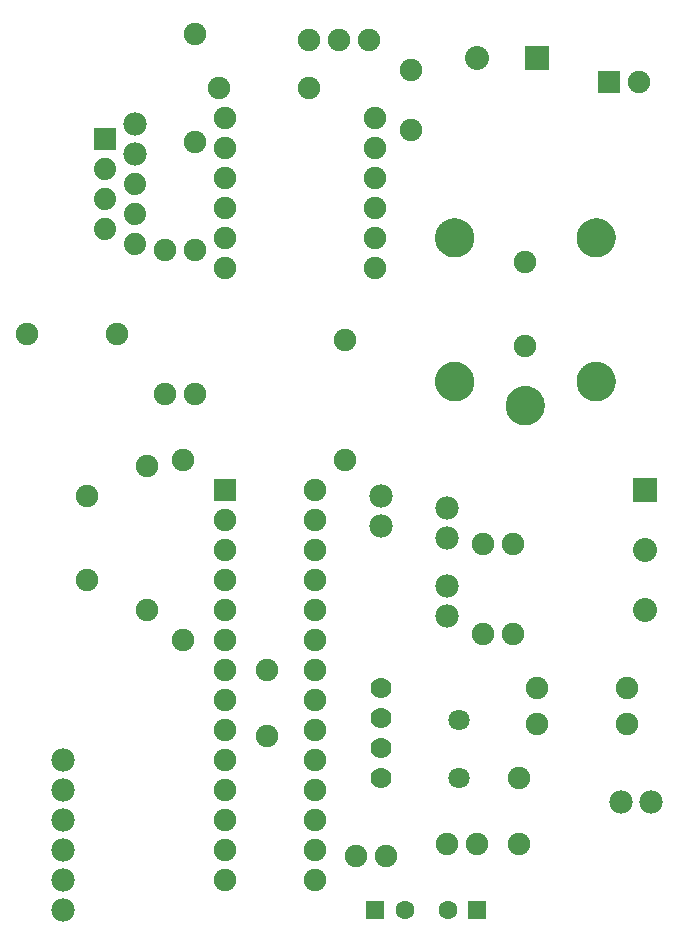
<source format=gbl>
G04 MADE WITH FRITZING*
G04 WWW.FRITZING.ORG*
G04 DOUBLE SIDED*
G04 HOLES PLATED*
G04 CONTOUR ON CENTER OF CONTOUR VECTOR*
%ASAXBY*%
%FSLAX23Y23*%
%MOIN*%
%OFA0B0*%
%SFA1.0B1.0*%
%ADD10C,0.075000*%
%ADD11C,0.074000*%
%ADD12C,0.078000*%
%ADD13C,0.080000*%
%ADD14C,0.070925*%
%ADD15C,0.070866*%
%ADD16C,0.070000*%
%ADD17C,0.062992*%
%ADD18C,0.129921*%
%ADD19R,0.080000X0.080000*%
%ADD20R,0.075000X0.075000*%
%ADD21R,0.062992X0.062992*%
%ADD22R,0.001000X0.001000*%
%LNCOPPER0*%
G90*
G70*
G54D10*
X742Y2823D03*
X1242Y2823D03*
X742Y2323D03*
X1242Y2323D03*
X742Y2423D03*
X1242Y2423D03*
X742Y2523D03*
X1242Y2523D03*
X742Y2623D03*
X1242Y2623D03*
X742Y2723D03*
X1242Y2723D03*
G54D11*
X442Y2403D03*
X342Y2453D03*
X442Y2503D03*
X442Y2603D03*
X442Y2703D03*
X342Y2553D03*
X342Y2653D03*
X342Y2753D03*
G54D12*
X442Y2803D03*
X442Y2703D03*
G54D10*
X602Y1683D03*
X602Y1083D03*
X482Y1663D03*
X482Y1183D03*
X282Y1563D03*
X282Y1283D03*
X642Y3103D03*
X642Y2743D03*
X542Y2383D03*
X542Y1903D03*
X642Y2383D03*
X642Y1903D03*
X82Y2103D03*
X382Y2103D03*
X1022Y3083D03*
X1122Y3083D03*
X1222Y3083D03*
G54D13*
X1782Y3023D03*
X1582Y3023D03*
G54D10*
X1722Y623D03*
X1722Y403D03*
X1742Y2343D03*
X1742Y2063D03*
X882Y983D03*
X882Y763D03*
X1362Y2983D03*
X1362Y2783D03*
G54D12*
X202Y183D03*
X202Y283D03*
X202Y383D03*
X202Y483D03*
X202Y583D03*
X202Y683D03*
G54D14*
X1522Y623D03*
G54D15*
X1522Y816D03*
G54D16*
X1262Y723D03*
X1262Y623D03*
X1262Y923D03*
X1262Y823D03*
G54D10*
X2022Y2943D03*
X2122Y2943D03*
G54D17*
X1242Y183D03*
X1341Y183D03*
G54D10*
X1277Y363D03*
X1177Y363D03*
X1582Y403D03*
X1482Y403D03*
X1602Y1403D03*
X1602Y1103D03*
X1702Y1403D03*
X1702Y1103D03*
X1142Y2083D03*
X1142Y1683D03*
X722Y2923D03*
X1022Y2923D03*
X1782Y803D03*
X2082Y803D03*
X1782Y923D03*
X2082Y923D03*
G54D18*
X1742Y1863D03*
X1978Y1944D03*
X1978Y2422D03*
X1506Y1944D03*
X1506Y2422D03*
G54D13*
X2142Y1583D03*
X2142Y1383D03*
X2142Y1183D03*
G54D17*
X1582Y183D03*
X1484Y183D03*
G54D10*
X742Y1583D03*
X1042Y1583D03*
X742Y1483D03*
X1042Y1483D03*
X742Y1383D03*
X1042Y1383D03*
X742Y1283D03*
X1042Y1283D03*
X742Y1183D03*
X1042Y1183D03*
X742Y1083D03*
X1042Y1083D03*
X742Y983D03*
X1042Y983D03*
X742Y883D03*
X1042Y883D03*
X742Y783D03*
X1042Y783D03*
X742Y683D03*
X1042Y683D03*
X742Y583D03*
X1042Y583D03*
X742Y483D03*
X1042Y483D03*
X742Y383D03*
X1042Y383D03*
X742Y283D03*
X1042Y283D03*
G54D12*
X1482Y1263D03*
X1482Y1163D03*
X1482Y1523D03*
X1482Y1423D03*
X1262Y1563D03*
X1262Y1463D03*
X2162Y543D03*
X2062Y543D03*
G54D19*
X1782Y3023D03*
G54D20*
X2022Y2943D03*
G54D21*
X1242Y183D03*
G54D19*
X2142Y1583D03*
G54D21*
X1582Y183D03*
G54D20*
X742Y1583D03*
G54D22*
X305Y2790D02*
X378Y2790D01*
X305Y2789D02*
X378Y2789D01*
X305Y2788D02*
X378Y2788D01*
X305Y2787D02*
X378Y2787D01*
X305Y2786D02*
X378Y2786D01*
X305Y2785D02*
X378Y2785D01*
X305Y2784D02*
X378Y2784D01*
X305Y2783D02*
X378Y2783D01*
X305Y2782D02*
X378Y2782D01*
X305Y2781D02*
X378Y2781D01*
X305Y2780D02*
X378Y2780D01*
X305Y2779D02*
X378Y2779D01*
X305Y2778D02*
X378Y2778D01*
X305Y2777D02*
X378Y2777D01*
X305Y2776D02*
X378Y2776D01*
X305Y2775D02*
X378Y2775D01*
X305Y2774D02*
X378Y2774D01*
X305Y2773D02*
X338Y2773D01*
X345Y2773D02*
X378Y2773D01*
X305Y2772D02*
X334Y2772D01*
X349Y2772D02*
X378Y2772D01*
X305Y2771D02*
X332Y2771D01*
X351Y2771D02*
X378Y2771D01*
X305Y2770D02*
X330Y2770D01*
X353Y2770D02*
X378Y2770D01*
X305Y2769D02*
X329Y2769D01*
X354Y2769D02*
X378Y2769D01*
X305Y2768D02*
X328Y2768D01*
X356Y2768D02*
X378Y2768D01*
X305Y2767D02*
X327Y2767D01*
X357Y2767D02*
X378Y2767D01*
X305Y2766D02*
X326Y2766D01*
X357Y2766D02*
X378Y2766D01*
X305Y2765D02*
X325Y2765D01*
X358Y2765D02*
X378Y2765D01*
X305Y2764D02*
X325Y2764D01*
X359Y2764D02*
X378Y2764D01*
X305Y2763D02*
X324Y2763D01*
X359Y2763D02*
X378Y2763D01*
X305Y2762D02*
X323Y2762D01*
X360Y2762D02*
X378Y2762D01*
X305Y2761D02*
X323Y2761D01*
X360Y2761D02*
X378Y2761D01*
X305Y2760D02*
X323Y2760D01*
X361Y2760D02*
X378Y2760D01*
X305Y2759D02*
X322Y2759D01*
X361Y2759D02*
X378Y2759D01*
X305Y2758D02*
X322Y2758D01*
X361Y2758D02*
X378Y2758D01*
X305Y2757D02*
X322Y2757D01*
X362Y2757D02*
X378Y2757D01*
X305Y2756D02*
X322Y2756D01*
X362Y2756D02*
X378Y2756D01*
X305Y2755D02*
X322Y2755D01*
X362Y2755D02*
X378Y2755D01*
X305Y2754D02*
X322Y2754D01*
X362Y2754D02*
X378Y2754D01*
X305Y2753D02*
X322Y2753D01*
X362Y2753D02*
X378Y2753D01*
X305Y2752D02*
X322Y2752D01*
X362Y2752D02*
X378Y2752D01*
X305Y2751D02*
X322Y2751D01*
X362Y2751D02*
X378Y2751D01*
X305Y2750D02*
X322Y2750D01*
X361Y2750D02*
X378Y2750D01*
X305Y2749D02*
X322Y2749D01*
X361Y2749D02*
X378Y2749D01*
X305Y2748D02*
X322Y2748D01*
X361Y2748D02*
X378Y2748D01*
X305Y2747D02*
X323Y2747D01*
X361Y2747D02*
X378Y2747D01*
X305Y2746D02*
X323Y2746D01*
X360Y2746D02*
X378Y2746D01*
X305Y2745D02*
X324Y2745D01*
X360Y2745D02*
X378Y2745D01*
X305Y2744D02*
X324Y2744D01*
X359Y2744D02*
X378Y2744D01*
X305Y2743D02*
X325Y2743D01*
X359Y2743D02*
X378Y2743D01*
X305Y2742D02*
X325Y2742D01*
X358Y2742D02*
X378Y2742D01*
X305Y2741D02*
X326Y2741D01*
X357Y2741D02*
X378Y2741D01*
X305Y2740D02*
X327Y2740D01*
X356Y2740D02*
X378Y2740D01*
X305Y2739D02*
X328Y2739D01*
X355Y2739D02*
X378Y2739D01*
X305Y2738D02*
X329Y2738D01*
X354Y2738D02*
X378Y2738D01*
X305Y2737D02*
X331Y2737D01*
X353Y2737D02*
X378Y2737D01*
X305Y2736D02*
X333Y2736D01*
X351Y2736D02*
X378Y2736D01*
X305Y2735D02*
X335Y2735D01*
X348Y2735D02*
X378Y2735D01*
X305Y2734D02*
X341Y2734D01*
X343Y2734D02*
X378Y2734D01*
X305Y2733D02*
X378Y2733D01*
X305Y2732D02*
X378Y2732D01*
X305Y2731D02*
X378Y2731D01*
X305Y2730D02*
X378Y2730D01*
X305Y2729D02*
X378Y2729D01*
X305Y2728D02*
X378Y2728D01*
X305Y2727D02*
X378Y2727D01*
X305Y2726D02*
X378Y2726D01*
X305Y2725D02*
X378Y2725D01*
X305Y2724D02*
X378Y2724D01*
X305Y2723D02*
X378Y2723D01*
X305Y2722D02*
X378Y2722D01*
X305Y2721D02*
X378Y2721D01*
X305Y2720D02*
X378Y2720D01*
X305Y2719D02*
X378Y2719D01*
X305Y2718D02*
X378Y2718D01*
X305Y2717D02*
X378Y2717D01*
X1497Y2487D02*
X1513Y2487D01*
X1970Y2487D02*
X1986Y2487D01*
X1492Y2486D02*
X1519Y2486D01*
X1964Y2486D02*
X1991Y2486D01*
X1488Y2485D02*
X1523Y2485D01*
X1960Y2485D02*
X1995Y2485D01*
X1485Y2484D02*
X1526Y2484D01*
X1957Y2484D02*
X1999Y2484D01*
X1482Y2483D02*
X1529Y2483D01*
X1954Y2483D02*
X2001Y2483D01*
X1479Y2482D02*
X1531Y2482D01*
X1952Y2482D02*
X2004Y2482D01*
X1477Y2481D02*
X1533Y2481D01*
X1950Y2481D02*
X2006Y2481D01*
X1475Y2480D02*
X1535Y2480D01*
X1948Y2480D02*
X2008Y2480D01*
X1474Y2479D02*
X1537Y2479D01*
X1946Y2479D02*
X2009Y2479D01*
X1472Y2478D02*
X1539Y2478D01*
X1944Y2478D02*
X2011Y2478D01*
X1470Y2477D02*
X1540Y2477D01*
X1943Y2477D02*
X2013Y2477D01*
X1469Y2476D02*
X1542Y2476D01*
X1941Y2476D02*
X2014Y2476D01*
X1468Y2475D02*
X1543Y2475D01*
X1940Y2475D02*
X2016Y2475D01*
X1466Y2474D02*
X1545Y2474D01*
X1939Y2474D02*
X2017Y2474D01*
X1465Y2473D02*
X1546Y2473D01*
X1937Y2473D02*
X2018Y2473D01*
X1464Y2472D02*
X1547Y2472D01*
X1936Y2472D02*
X2019Y2472D01*
X1463Y2471D02*
X1548Y2471D01*
X1935Y2471D02*
X2021Y2471D01*
X1461Y2470D02*
X1549Y2470D01*
X1934Y2470D02*
X2022Y2470D01*
X1460Y2469D02*
X1550Y2469D01*
X1933Y2469D02*
X2023Y2469D01*
X1459Y2468D02*
X1551Y2468D01*
X1932Y2468D02*
X2024Y2468D01*
X1458Y2467D02*
X1552Y2467D01*
X1931Y2467D02*
X2025Y2467D01*
X1458Y2466D02*
X1553Y2466D01*
X1930Y2466D02*
X2026Y2466D01*
X1457Y2465D02*
X1554Y2465D01*
X1929Y2465D02*
X2026Y2465D01*
X1456Y2464D02*
X1555Y2464D01*
X1928Y2464D02*
X2027Y2464D01*
X1455Y2463D02*
X1556Y2463D01*
X1927Y2463D02*
X2028Y2463D01*
X1454Y2462D02*
X1556Y2462D01*
X1927Y2462D02*
X2029Y2462D01*
X1454Y2461D02*
X1557Y2461D01*
X1926Y2461D02*
X2030Y2461D01*
X1453Y2460D02*
X1558Y2460D01*
X1925Y2460D02*
X2030Y2460D01*
X1452Y2459D02*
X1559Y2459D01*
X1924Y2459D02*
X2031Y2459D01*
X1451Y2458D02*
X1559Y2458D01*
X1924Y2458D02*
X2032Y2458D01*
X1451Y2457D02*
X1560Y2457D01*
X1923Y2457D02*
X2032Y2457D01*
X1450Y2456D02*
X1560Y2456D01*
X1923Y2456D02*
X2033Y2456D01*
X1450Y2455D02*
X1561Y2455D01*
X1922Y2455D02*
X2033Y2455D01*
X1449Y2454D02*
X1562Y2454D01*
X1921Y2454D02*
X2034Y2454D01*
X1448Y2453D02*
X1562Y2453D01*
X1921Y2453D02*
X2035Y2453D01*
X1448Y2452D02*
X1563Y2452D01*
X1920Y2452D02*
X2035Y2452D01*
X1447Y2451D02*
X1563Y2451D01*
X1920Y2451D02*
X2036Y2451D01*
X1447Y2450D02*
X1564Y2450D01*
X1919Y2450D02*
X2036Y2450D01*
X1446Y2449D02*
X1564Y2449D01*
X1919Y2449D02*
X2037Y2449D01*
X1446Y2448D02*
X1500Y2448D01*
X1511Y2448D02*
X1565Y2448D01*
X1918Y2448D02*
X1973Y2448D01*
X1983Y2448D02*
X2037Y2448D01*
X1446Y2447D02*
X1497Y2447D01*
X1514Y2447D02*
X1565Y2447D01*
X1918Y2447D02*
X1969Y2447D01*
X1986Y2447D02*
X2037Y2447D01*
X1445Y2446D02*
X1494Y2446D01*
X1516Y2446D02*
X1565Y2446D01*
X1918Y2446D02*
X1967Y2446D01*
X1989Y2446D02*
X2038Y2446D01*
X1445Y2445D02*
X1492Y2445D01*
X1518Y2445D02*
X1566Y2445D01*
X1917Y2445D02*
X1965Y2445D01*
X1991Y2445D02*
X2038Y2445D01*
X1445Y2444D02*
X1490Y2444D01*
X1520Y2444D02*
X1566Y2444D01*
X1917Y2444D02*
X1963Y2444D01*
X1993Y2444D02*
X2039Y2444D01*
X1444Y2443D02*
X1489Y2443D01*
X1521Y2443D02*
X1567Y2443D01*
X1917Y2443D02*
X1962Y2443D01*
X1994Y2443D02*
X2039Y2443D01*
X1444Y2442D02*
X1488Y2442D01*
X1523Y2442D02*
X1567Y2442D01*
X1916Y2442D02*
X1960Y2442D01*
X1995Y2442D02*
X2039Y2442D01*
X1444Y2441D02*
X1487Y2441D01*
X1524Y2441D02*
X1567Y2441D01*
X1916Y2441D02*
X1959Y2441D01*
X1996Y2441D02*
X2039Y2441D01*
X1443Y2440D02*
X1486Y2440D01*
X1525Y2440D02*
X1567Y2440D01*
X1916Y2440D02*
X1958Y2440D01*
X1997Y2440D02*
X2040Y2440D01*
X1443Y2439D02*
X1485Y2439D01*
X1526Y2439D02*
X1568Y2439D01*
X1915Y2439D02*
X1958Y2439D01*
X1998Y2439D02*
X2040Y2439D01*
X1443Y2438D02*
X1484Y2438D01*
X1526Y2438D02*
X1568Y2438D01*
X1915Y2438D02*
X1957Y2438D01*
X1999Y2438D02*
X2040Y2438D01*
X1443Y2437D02*
X1484Y2437D01*
X1527Y2437D02*
X1568Y2437D01*
X1915Y2437D02*
X1956Y2437D01*
X2000Y2437D02*
X2040Y2437D01*
X1442Y2436D02*
X1483Y2436D01*
X1528Y2436D02*
X1568Y2436D01*
X1915Y2436D02*
X1955Y2436D01*
X2000Y2436D02*
X2041Y2436D01*
X1442Y2435D02*
X1482Y2435D01*
X1528Y2435D02*
X1569Y2435D01*
X1915Y2435D02*
X1955Y2435D01*
X2001Y2435D02*
X2041Y2435D01*
X1442Y2434D02*
X1482Y2434D01*
X1529Y2434D02*
X1569Y2434D01*
X1914Y2434D02*
X1954Y2434D01*
X2001Y2434D02*
X2041Y2434D01*
X1442Y2433D02*
X1481Y2433D01*
X1529Y2433D02*
X1569Y2433D01*
X1914Y2433D02*
X1954Y2433D01*
X2002Y2433D02*
X2041Y2433D01*
X1442Y2432D02*
X1481Y2432D01*
X1530Y2432D02*
X1569Y2432D01*
X1914Y2432D02*
X1953Y2432D01*
X2002Y2432D02*
X2041Y2432D01*
X1442Y2431D02*
X1481Y2431D01*
X1530Y2431D02*
X1569Y2431D01*
X1914Y2431D02*
X1953Y2431D01*
X2002Y2431D02*
X2042Y2431D01*
X1441Y2430D02*
X1480Y2430D01*
X1530Y2430D02*
X1569Y2430D01*
X1914Y2430D02*
X1953Y2430D01*
X2003Y2430D02*
X2042Y2430D01*
X1441Y2429D02*
X1480Y2429D01*
X1531Y2429D02*
X1569Y2429D01*
X1914Y2429D02*
X1952Y2429D01*
X2003Y2429D02*
X2042Y2429D01*
X1441Y2428D02*
X1480Y2428D01*
X1531Y2428D02*
X1570Y2428D01*
X1914Y2428D02*
X1952Y2428D01*
X2003Y2428D02*
X2042Y2428D01*
X1441Y2427D02*
X1480Y2427D01*
X1531Y2427D02*
X1570Y2427D01*
X1914Y2427D02*
X1952Y2427D01*
X2004Y2427D02*
X2042Y2427D01*
X1441Y2426D02*
X1479Y2426D01*
X1531Y2426D02*
X1570Y2426D01*
X1913Y2426D02*
X1952Y2426D01*
X2004Y2426D02*
X2042Y2426D01*
X1441Y2425D02*
X1479Y2425D01*
X1531Y2425D02*
X1570Y2425D01*
X1913Y2425D02*
X1952Y2425D01*
X2004Y2425D02*
X2042Y2425D01*
X1441Y2424D02*
X1479Y2424D01*
X1531Y2424D02*
X1570Y2424D01*
X1913Y2424D02*
X1952Y2424D01*
X2004Y2424D02*
X2042Y2424D01*
X1441Y2423D02*
X1479Y2423D01*
X1531Y2423D02*
X1570Y2423D01*
X1913Y2423D02*
X1952Y2423D01*
X2004Y2423D02*
X2042Y2423D01*
X1441Y2422D02*
X1479Y2422D01*
X1531Y2422D02*
X1570Y2422D01*
X1913Y2422D02*
X1952Y2422D01*
X2004Y2422D02*
X2042Y2422D01*
X1441Y2421D02*
X1479Y2421D01*
X1531Y2421D02*
X1570Y2421D01*
X1913Y2421D02*
X1952Y2421D01*
X2004Y2421D02*
X2042Y2421D01*
X1441Y2420D02*
X1479Y2420D01*
X1531Y2420D02*
X1570Y2420D01*
X1913Y2420D02*
X1952Y2420D01*
X2004Y2420D02*
X2042Y2420D01*
X1441Y2419D02*
X1479Y2419D01*
X1531Y2419D02*
X1570Y2419D01*
X1913Y2419D02*
X1952Y2419D01*
X2004Y2419D02*
X2042Y2419D01*
X1441Y2418D02*
X1480Y2418D01*
X1531Y2418D02*
X1570Y2418D01*
X1914Y2418D02*
X1952Y2418D01*
X2003Y2418D02*
X2042Y2418D01*
X1441Y2417D02*
X1480Y2417D01*
X1531Y2417D02*
X1569Y2417D01*
X1914Y2417D02*
X1952Y2417D01*
X2003Y2417D02*
X2042Y2417D01*
X1441Y2416D02*
X1480Y2416D01*
X1531Y2416D02*
X1569Y2416D01*
X1914Y2416D02*
X1952Y2416D01*
X2003Y2416D02*
X2042Y2416D01*
X1441Y2415D02*
X1480Y2415D01*
X1530Y2415D02*
X1569Y2415D01*
X1914Y2415D02*
X1953Y2415D01*
X2003Y2415D02*
X2042Y2415D01*
X1442Y2414D02*
X1481Y2414D01*
X1530Y2414D02*
X1569Y2414D01*
X1914Y2414D02*
X1953Y2414D01*
X2002Y2414D02*
X2041Y2414D01*
X1442Y2413D02*
X1481Y2413D01*
X1530Y2413D02*
X1569Y2413D01*
X1914Y2413D02*
X1954Y2413D01*
X2002Y2413D02*
X2041Y2413D01*
X1442Y2412D02*
X1482Y2412D01*
X1529Y2412D02*
X1569Y2412D01*
X1914Y2412D02*
X1954Y2412D01*
X2001Y2412D02*
X2041Y2412D01*
X1442Y2411D02*
X1482Y2411D01*
X1529Y2411D02*
X1569Y2411D01*
X1914Y2411D02*
X1955Y2411D01*
X2001Y2411D02*
X2041Y2411D01*
X1442Y2410D02*
X1483Y2410D01*
X1528Y2410D02*
X1568Y2410D01*
X1915Y2410D02*
X1955Y2410D01*
X2000Y2410D02*
X2041Y2410D01*
X1443Y2409D02*
X1483Y2409D01*
X1527Y2409D02*
X1568Y2409D01*
X1915Y2409D02*
X1956Y2409D01*
X2000Y2409D02*
X2041Y2409D01*
X1443Y2408D02*
X1484Y2408D01*
X1527Y2408D02*
X1568Y2408D01*
X1915Y2408D02*
X1956Y2408D01*
X1999Y2408D02*
X2040Y2408D01*
X1443Y2407D02*
X1485Y2407D01*
X1526Y2407D02*
X1568Y2407D01*
X1915Y2407D02*
X1957Y2407D01*
X1998Y2407D02*
X2040Y2407D01*
X1443Y2406D02*
X1486Y2406D01*
X1525Y2406D02*
X1567Y2406D01*
X1916Y2406D02*
X1958Y2406D01*
X1997Y2406D02*
X2040Y2406D01*
X1444Y2405D02*
X1486Y2405D01*
X1524Y2405D02*
X1567Y2405D01*
X1916Y2405D02*
X1959Y2405D01*
X1997Y2405D02*
X2040Y2405D01*
X1444Y2404D02*
X1488Y2404D01*
X1523Y2404D02*
X1567Y2404D01*
X1916Y2404D02*
X1960Y2404D01*
X1996Y2404D02*
X2039Y2404D01*
X1444Y2403D02*
X1489Y2403D01*
X1522Y2403D02*
X1567Y2403D01*
X1916Y2403D02*
X1961Y2403D01*
X1994Y2403D02*
X2039Y2403D01*
X1444Y2402D02*
X1490Y2402D01*
X1521Y2402D02*
X1566Y2402D01*
X1917Y2402D02*
X1962Y2402D01*
X1993Y2402D02*
X2039Y2402D01*
X1445Y2401D02*
X1491Y2401D01*
X1519Y2401D02*
X1566Y2401D01*
X1917Y2401D02*
X1964Y2401D01*
X1992Y2401D02*
X2038Y2401D01*
X1445Y2400D02*
X1493Y2400D01*
X1517Y2400D02*
X1566Y2400D01*
X1917Y2400D02*
X1966Y2400D01*
X1990Y2400D02*
X2038Y2400D01*
X1445Y2399D02*
X1495Y2399D01*
X1515Y2399D02*
X1565Y2399D01*
X1918Y2399D02*
X1968Y2399D01*
X1988Y2399D02*
X2038Y2399D01*
X1446Y2398D02*
X1498Y2398D01*
X1513Y2398D02*
X1565Y2398D01*
X1918Y2398D02*
X1971Y2398D01*
X1985Y2398D02*
X2037Y2398D01*
X1446Y2397D02*
X1564Y2397D01*
X1919Y2397D02*
X2037Y2397D01*
X1447Y2396D02*
X1564Y2396D01*
X1919Y2396D02*
X2036Y2396D01*
X1447Y2395D02*
X1563Y2395D01*
X1920Y2395D02*
X2036Y2395D01*
X1448Y2394D02*
X1563Y2394D01*
X1920Y2394D02*
X2035Y2394D01*
X1448Y2393D02*
X1563Y2393D01*
X1921Y2393D02*
X2035Y2393D01*
X1449Y2392D02*
X1562Y2392D01*
X1921Y2392D02*
X2034Y2392D01*
X1449Y2391D02*
X1561Y2391D01*
X1922Y2391D02*
X2034Y2391D01*
X1450Y2390D02*
X1561Y2390D01*
X1922Y2390D02*
X2033Y2390D01*
X1451Y2389D02*
X1560Y2389D01*
X1923Y2389D02*
X2033Y2389D01*
X1451Y2388D02*
X1560Y2388D01*
X1924Y2388D02*
X2032Y2388D01*
X1452Y2387D02*
X1559Y2387D01*
X1924Y2387D02*
X2031Y2387D01*
X1452Y2386D02*
X1558Y2386D01*
X1925Y2386D02*
X2031Y2386D01*
X1453Y2385D02*
X1558Y2385D01*
X1926Y2385D02*
X2030Y2385D01*
X1454Y2384D02*
X1557Y2384D01*
X1926Y2384D02*
X2029Y2384D01*
X1455Y2383D02*
X1556Y2383D01*
X1927Y2383D02*
X2028Y2383D01*
X1455Y2382D02*
X1555Y2382D01*
X1928Y2382D02*
X2028Y2382D01*
X1456Y2381D02*
X1555Y2381D01*
X1929Y2381D02*
X2027Y2381D01*
X1457Y2380D02*
X1554Y2380D01*
X1929Y2380D02*
X2026Y2380D01*
X1458Y2379D02*
X1553Y2379D01*
X1930Y2379D02*
X2025Y2379D01*
X1459Y2378D02*
X1552Y2378D01*
X1931Y2378D02*
X2024Y2378D01*
X1460Y2377D02*
X1551Y2377D01*
X1932Y2377D02*
X2023Y2377D01*
X1461Y2376D02*
X1550Y2376D01*
X1933Y2376D02*
X2022Y2376D01*
X1462Y2375D02*
X1549Y2375D01*
X1934Y2375D02*
X2021Y2375D01*
X1463Y2374D02*
X1548Y2374D01*
X1935Y2374D02*
X2020Y2374D01*
X1464Y2373D02*
X1546Y2373D01*
X1937Y2373D02*
X2019Y2373D01*
X1466Y2372D02*
X1545Y2372D01*
X1938Y2372D02*
X2018Y2372D01*
X1467Y2371D02*
X1544Y2371D01*
X1939Y2371D02*
X2016Y2371D01*
X1468Y2370D02*
X1542Y2370D01*
X1941Y2370D02*
X2015Y2370D01*
X1470Y2369D02*
X1541Y2369D01*
X1942Y2369D02*
X2013Y2369D01*
X1471Y2368D02*
X1540Y2368D01*
X1944Y2368D02*
X2012Y2368D01*
X1473Y2367D02*
X1538Y2367D01*
X1945Y2367D02*
X2010Y2367D01*
X1474Y2366D02*
X1536Y2366D01*
X1947Y2366D02*
X2009Y2366D01*
X1476Y2365D02*
X1534Y2365D01*
X1949Y2365D02*
X2007Y2365D01*
X1478Y2364D02*
X1532Y2364D01*
X1951Y2364D02*
X2005Y2364D01*
X1480Y2363D02*
X1530Y2363D01*
X1953Y2363D02*
X2003Y2363D01*
X1483Y2362D02*
X1528Y2362D01*
X1956Y2362D02*
X2000Y2362D01*
X1486Y2361D02*
X1525Y2361D01*
X1958Y2361D02*
X1997Y2361D01*
X1490Y2360D02*
X1521Y2360D01*
X1962Y2360D02*
X1993Y2360D01*
X1494Y2359D02*
X1516Y2359D01*
X1967Y2359D02*
X1989Y2359D01*
X1503Y2358D02*
X1508Y2358D01*
X1975Y2358D02*
X1980Y2358D01*
X1499Y2009D02*
X1512Y2009D01*
X1971Y2009D02*
X1984Y2009D01*
X1493Y2008D02*
X1518Y2008D01*
X1965Y2008D02*
X1990Y2008D01*
X1489Y2007D02*
X1522Y2007D01*
X1961Y2007D02*
X1994Y2007D01*
X1485Y2006D02*
X1526Y2006D01*
X1958Y2006D02*
X1998Y2006D01*
X1482Y2005D02*
X1528Y2005D01*
X1955Y2005D02*
X2001Y2005D01*
X1480Y2004D02*
X1531Y2004D01*
X1952Y2004D02*
X2003Y2004D01*
X1478Y2003D02*
X1533Y2003D01*
X1950Y2003D02*
X2005Y2003D01*
X1476Y2002D02*
X1535Y2002D01*
X1948Y2002D02*
X2007Y2002D01*
X1474Y2001D02*
X1537Y2001D01*
X1946Y2001D02*
X2009Y2001D01*
X1472Y2000D02*
X1538Y2000D01*
X1945Y2000D02*
X2011Y2000D01*
X1471Y1999D02*
X1540Y1999D01*
X1943Y1999D02*
X2012Y1999D01*
X1469Y1998D02*
X1542Y1998D01*
X1942Y1998D02*
X2014Y1998D01*
X1468Y1997D02*
X1543Y1997D01*
X1940Y1997D02*
X2015Y1997D01*
X1466Y1996D02*
X1544Y1996D01*
X1939Y1996D02*
X2017Y1996D01*
X1465Y1995D02*
X1546Y1995D01*
X1937Y1995D02*
X2018Y1995D01*
X1464Y1994D02*
X1547Y1994D01*
X1936Y1994D02*
X2019Y1994D01*
X1463Y1993D02*
X1548Y1993D01*
X1935Y1993D02*
X2020Y1993D01*
X1462Y1992D02*
X1549Y1992D01*
X1934Y1992D02*
X2021Y1992D01*
X1461Y1991D02*
X1550Y1991D01*
X1933Y1991D02*
X2023Y1991D01*
X1460Y1990D02*
X1551Y1990D01*
X1932Y1990D02*
X2024Y1990D01*
X1459Y1989D02*
X1552Y1989D01*
X1931Y1989D02*
X2024Y1989D01*
X1458Y1988D02*
X1553Y1988D01*
X1930Y1988D02*
X2025Y1988D01*
X1457Y1987D02*
X1554Y1987D01*
X1929Y1987D02*
X2026Y1987D01*
X1456Y1986D02*
X1555Y1986D01*
X1928Y1986D02*
X2027Y1986D01*
X1455Y1985D02*
X1556Y1985D01*
X1928Y1985D02*
X2028Y1985D01*
X1454Y1984D02*
X1556Y1984D01*
X1927Y1984D02*
X2029Y1984D01*
X1454Y1983D02*
X1557Y1983D01*
X1926Y1983D02*
X2029Y1983D01*
X1453Y1982D02*
X1558Y1982D01*
X1925Y1982D02*
X2030Y1982D01*
X1452Y1981D02*
X1558Y1981D01*
X1925Y1981D02*
X2031Y1981D01*
X1452Y1980D02*
X1559Y1980D01*
X1924Y1980D02*
X2031Y1980D01*
X1451Y1979D02*
X1560Y1979D01*
X1923Y1979D02*
X2032Y1979D01*
X1450Y1978D02*
X1560Y1978D01*
X1923Y1978D02*
X2033Y1978D01*
X1450Y1977D02*
X1561Y1977D01*
X1922Y1977D02*
X2033Y1977D01*
X1449Y1976D02*
X1562Y1976D01*
X1922Y1976D02*
X2034Y1976D01*
X1449Y1975D02*
X1562Y1975D01*
X1921Y1975D02*
X2035Y1975D01*
X1448Y1974D02*
X1563Y1974D01*
X1920Y1974D02*
X2035Y1974D01*
X1448Y1973D02*
X1563Y1973D01*
X1920Y1973D02*
X2035Y1973D01*
X1447Y1972D02*
X1564Y1972D01*
X1919Y1972D02*
X2036Y1972D01*
X1447Y1971D02*
X1564Y1971D01*
X1919Y1971D02*
X2036Y1971D01*
X1446Y1970D02*
X1502Y1970D01*
X1509Y1970D02*
X1565Y1970D01*
X1918Y1970D02*
X1974Y1970D01*
X1981Y1970D02*
X2037Y1970D01*
X1446Y1969D02*
X1497Y1969D01*
X1514Y1969D02*
X1565Y1969D01*
X1918Y1969D02*
X1970Y1969D01*
X1986Y1969D02*
X2037Y1969D01*
X1445Y1968D02*
X1495Y1968D01*
X1516Y1968D02*
X1565Y1968D01*
X1918Y1968D02*
X1967Y1968D01*
X1988Y1968D02*
X2038Y1968D01*
X1445Y1967D02*
X1493Y1967D01*
X1518Y1967D02*
X1566Y1967D01*
X1917Y1967D02*
X1965Y1967D01*
X1990Y1967D02*
X2038Y1967D01*
X1445Y1966D02*
X1491Y1966D01*
X1520Y1966D02*
X1566Y1966D01*
X1917Y1966D02*
X1963Y1966D01*
X1992Y1966D02*
X2038Y1966D01*
X1444Y1965D02*
X1490Y1965D01*
X1521Y1965D02*
X1566Y1965D01*
X1917Y1965D02*
X1962Y1965D01*
X1994Y1965D02*
X2039Y1965D01*
X1444Y1964D02*
X1488Y1964D01*
X1522Y1964D02*
X1567Y1964D01*
X1916Y1964D02*
X1961Y1964D01*
X1995Y1964D02*
X2039Y1964D01*
X1444Y1963D02*
X1487Y1963D01*
X1524Y1963D02*
X1567Y1963D01*
X1916Y1963D02*
X1960Y1963D01*
X1996Y1963D02*
X2039Y1963D01*
X1443Y1962D02*
X1486Y1962D01*
X1524Y1962D02*
X1567Y1962D01*
X1916Y1962D02*
X1959Y1962D01*
X1997Y1962D02*
X2040Y1962D01*
X1443Y1961D02*
X1485Y1961D01*
X1525Y1961D02*
X1568Y1961D01*
X1916Y1961D02*
X1958Y1961D01*
X1998Y1961D02*
X2040Y1961D01*
X1443Y1960D02*
X1485Y1960D01*
X1526Y1960D02*
X1568Y1960D01*
X1915Y1960D02*
X1957Y1960D01*
X1999Y1960D02*
X2040Y1960D01*
X1443Y1959D02*
X1484Y1959D01*
X1527Y1959D02*
X1568Y1959D01*
X1915Y1959D02*
X1956Y1959D01*
X1999Y1959D02*
X2040Y1959D01*
X1442Y1958D02*
X1483Y1958D01*
X1528Y1958D02*
X1568Y1958D01*
X1915Y1958D02*
X1955Y1958D01*
X2000Y1958D02*
X2041Y1958D01*
X1442Y1957D02*
X1483Y1957D01*
X1528Y1957D02*
X1568Y1957D01*
X1915Y1957D02*
X1955Y1957D01*
X2001Y1957D02*
X2041Y1957D01*
X1442Y1956D02*
X1482Y1956D01*
X1529Y1956D02*
X1569Y1956D01*
X1914Y1956D02*
X1954Y1956D01*
X2001Y1956D02*
X2041Y1956D01*
X1442Y1955D02*
X1482Y1955D01*
X1529Y1955D02*
X1569Y1955D01*
X1914Y1955D02*
X1954Y1955D01*
X2002Y1955D02*
X2041Y1955D01*
X1442Y1954D02*
X1481Y1954D01*
X1530Y1954D02*
X1569Y1954D01*
X1914Y1954D02*
X1953Y1954D01*
X2002Y1954D02*
X2041Y1954D01*
X1442Y1953D02*
X1481Y1953D01*
X1530Y1953D02*
X1569Y1953D01*
X1914Y1953D02*
X1953Y1953D01*
X2002Y1953D02*
X2041Y1953D01*
X1441Y1952D02*
X1480Y1952D01*
X1530Y1952D02*
X1569Y1952D01*
X1914Y1952D02*
X1953Y1952D01*
X2003Y1952D02*
X2042Y1952D01*
X1441Y1951D02*
X1480Y1951D01*
X1531Y1951D02*
X1569Y1951D01*
X1914Y1951D02*
X1952Y1951D01*
X2003Y1951D02*
X2042Y1951D01*
X1441Y1950D02*
X1480Y1950D01*
X1531Y1950D02*
X1569Y1950D01*
X1914Y1950D02*
X1952Y1950D01*
X2003Y1950D02*
X2042Y1950D01*
X1441Y1949D02*
X1480Y1949D01*
X1531Y1949D02*
X1570Y1949D01*
X1914Y1949D02*
X1952Y1949D01*
X2003Y1949D02*
X2042Y1949D01*
X1441Y1948D02*
X1479Y1948D01*
X1531Y1948D02*
X1570Y1948D01*
X1913Y1948D02*
X1952Y1948D01*
X2004Y1948D02*
X2042Y1948D01*
X1441Y1947D02*
X1479Y1947D01*
X1531Y1947D02*
X1570Y1947D01*
X1913Y1947D02*
X1952Y1947D01*
X2004Y1947D02*
X2042Y1947D01*
X1441Y1946D02*
X1479Y1946D01*
X1531Y1946D02*
X1570Y1946D01*
X1913Y1946D02*
X1952Y1946D01*
X2004Y1946D02*
X2042Y1946D01*
X1441Y1945D02*
X1479Y1945D01*
X1531Y1945D02*
X1570Y1945D01*
X1913Y1945D02*
X1952Y1945D01*
X2004Y1945D02*
X2042Y1945D01*
X1441Y1944D02*
X1479Y1944D01*
X1531Y1944D02*
X1570Y1944D01*
X1913Y1944D02*
X1952Y1944D01*
X2004Y1944D02*
X2042Y1944D01*
X1441Y1943D02*
X1479Y1943D01*
X1531Y1943D02*
X1570Y1943D01*
X1913Y1943D02*
X1952Y1943D01*
X2004Y1943D02*
X2042Y1943D01*
X1441Y1942D02*
X1479Y1942D01*
X1531Y1942D02*
X1570Y1942D01*
X1913Y1942D02*
X1952Y1942D01*
X2004Y1942D02*
X2042Y1942D01*
X1441Y1941D02*
X1479Y1941D01*
X1531Y1941D02*
X1570Y1941D01*
X1913Y1941D02*
X1952Y1941D01*
X2004Y1941D02*
X2042Y1941D01*
X1441Y1940D02*
X1480Y1940D01*
X1531Y1940D02*
X1570Y1940D01*
X1914Y1940D02*
X1952Y1940D01*
X2003Y1940D02*
X2042Y1940D01*
X1441Y1939D02*
X1480Y1939D01*
X1531Y1939D02*
X1569Y1939D01*
X1914Y1939D02*
X1952Y1939D01*
X2003Y1939D02*
X2042Y1939D01*
X1441Y1938D02*
X1480Y1938D01*
X1531Y1938D02*
X1569Y1938D01*
X1914Y1938D02*
X1952Y1938D01*
X2003Y1938D02*
X2042Y1938D01*
X1441Y1937D02*
X1480Y1937D01*
X1530Y1937D02*
X1569Y1937D01*
X1914Y1937D02*
X1953Y1937D01*
X2003Y1937D02*
X2042Y1937D01*
X1442Y1936D02*
X1481Y1936D01*
X1530Y1936D02*
X1569Y1936D01*
X1914Y1936D02*
X1953Y1936D01*
X2002Y1936D02*
X2041Y1936D01*
X1442Y1935D02*
X1481Y1935D01*
X1530Y1935D02*
X1569Y1935D01*
X1914Y1935D02*
X1953Y1935D01*
X2002Y1935D02*
X2041Y1935D01*
X1442Y1934D02*
X1482Y1934D01*
X1529Y1934D02*
X1569Y1934D01*
X1914Y1934D02*
X1954Y1934D01*
X2002Y1934D02*
X2041Y1934D01*
X1442Y1933D02*
X1482Y1933D01*
X1529Y1933D02*
X1569Y1933D01*
X1914Y1933D02*
X1954Y1933D01*
X2001Y1933D02*
X2041Y1933D01*
X1442Y1932D02*
X1483Y1932D01*
X1528Y1932D02*
X1568Y1932D01*
X1915Y1932D02*
X1955Y1932D01*
X2000Y1932D02*
X2041Y1932D01*
X1442Y1931D02*
X1483Y1931D01*
X1528Y1931D02*
X1568Y1931D01*
X1915Y1931D02*
X1955Y1931D01*
X2000Y1931D02*
X2041Y1931D01*
X1443Y1930D02*
X1484Y1930D01*
X1527Y1930D02*
X1568Y1930D01*
X1915Y1930D02*
X1956Y1930D01*
X1999Y1930D02*
X2040Y1930D01*
X1443Y1929D02*
X1485Y1929D01*
X1526Y1929D02*
X1568Y1929D01*
X1915Y1929D02*
X1957Y1929D01*
X1999Y1929D02*
X2040Y1929D01*
X1443Y1928D02*
X1485Y1928D01*
X1525Y1928D02*
X1568Y1928D01*
X1733Y1928D02*
X1750Y1928D01*
X1916Y1928D02*
X1958Y1928D01*
X1998Y1928D02*
X2040Y1928D01*
X1443Y1927D02*
X1486Y1927D01*
X1524Y1927D02*
X1567Y1927D01*
X1728Y1927D02*
X1756Y1927D01*
X1916Y1927D02*
X1959Y1927D01*
X1997Y1927D02*
X2040Y1927D01*
X1444Y1926D02*
X1487Y1926D01*
X1523Y1926D02*
X1567Y1926D01*
X1724Y1926D02*
X1760Y1926D01*
X1916Y1926D02*
X1960Y1926D01*
X1996Y1926D02*
X2039Y1926D01*
X1444Y1925D02*
X1488Y1925D01*
X1522Y1925D02*
X1567Y1925D01*
X1720Y1925D02*
X1763Y1925D01*
X1916Y1925D02*
X1961Y1925D01*
X1995Y1925D02*
X2039Y1925D01*
X1444Y1924D02*
X1490Y1924D01*
X1521Y1924D02*
X1566Y1924D01*
X1718Y1924D02*
X1765Y1924D01*
X1917Y1924D02*
X1962Y1924D01*
X1993Y1924D02*
X2039Y1924D01*
X1445Y1923D02*
X1491Y1923D01*
X1520Y1923D02*
X1566Y1923D01*
X1715Y1923D02*
X1768Y1923D01*
X1917Y1923D02*
X1963Y1923D01*
X1992Y1923D02*
X2038Y1923D01*
X1445Y1922D02*
X1493Y1922D01*
X1518Y1922D02*
X1566Y1922D01*
X1713Y1922D02*
X1770Y1922D01*
X1917Y1922D02*
X1965Y1922D01*
X1990Y1922D02*
X2038Y1922D01*
X1445Y1921D02*
X1495Y1921D01*
X1516Y1921D02*
X1565Y1921D01*
X1711Y1921D02*
X1772Y1921D01*
X1918Y1921D02*
X1967Y1921D01*
X1988Y1921D02*
X2038Y1921D01*
X1446Y1920D02*
X1497Y1920D01*
X1513Y1920D02*
X1565Y1920D01*
X1710Y1920D02*
X1773Y1920D01*
X1918Y1920D02*
X1970Y1920D01*
X1986Y1920D02*
X2037Y1920D01*
X1446Y1919D02*
X1503Y1919D01*
X1508Y1919D02*
X1565Y1919D01*
X1708Y1919D02*
X1775Y1919D01*
X1919Y1919D02*
X1976Y1919D01*
X1980Y1919D02*
X2037Y1919D01*
X1447Y1918D02*
X1564Y1918D01*
X1706Y1918D02*
X1777Y1918D01*
X1919Y1918D02*
X2036Y1918D01*
X1447Y1917D02*
X1564Y1917D01*
X1705Y1917D02*
X1778Y1917D01*
X1919Y1917D02*
X2036Y1917D01*
X1448Y1916D02*
X1563Y1916D01*
X1704Y1916D02*
X1779Y1916D01*
X1920Y1916D02*
X2035Y1916D01*
X1448Y1915D02*
X1563Y1915D01*
X1702Y1915D02*
X1781Y1915D01*
X1920Y1915D02*
X2035Y1915D01*
X1449Y1914D02*
X1562Y1914D01*
X1701Y1914D02*
X1782Y1914D01*
X1921Y1914D02*
X2034Y1914D01*
X1449Y1913D02*
X1562Y1913D01*
X1700Y1913D02*
X1783Y1913D01*
X1922Y1913D02*
X2034Y1913D01*
X1450Y1912D02*
X1561Y1912D01*
X1699Y1912D02*
X1784Y1912D01*
X1922Y1912D02*
X2033Y1912D01*
X1450Y1911D02*
X1560Y1911D01*
X1698Y1911D02*
X1786Y1911D01*
X1923Y1911D02*
X2033Y1911D01*
X1451Y1910D02*
X1560Y1910D01*
X1696Y1910D02*
X1787Y1910D01*
X1923Y1910D02*
X2032Y1910D01*
X1452Y1909D02*
X1559Y1909D01*
X1695Y1909D02*
X1788Y1909D01*
X1924Y1909D02*
X2031Y1909D01*
X1452Y1908D02*
X1558Y1908D01*
X1695Y1908D02*
X1789Y1908D01*
X1925Y1908D02*
X2031Y1908D01*
X1453Y1907D02*
X1558Y1907D01*
X1694Y1907D02*
X1789Y1907D01*
X1925Y1907D02*
X2030Y1907D01*
X1454Y1906D02*
X1557Y1906D01*
X1693Y1906D02*
X1790Y1906D01*
X1926Y1906D02*
X2029Y1906D01*
X1455Y1905D02*
X1556Y1905D01*
X1692Y1905D02*
X1791Y1905D01*
X1927Y1905D02*
X2029Y1905D01*
X1455Y1904D02*
X1555Y1904D01*
X1691Y1904D02*
X1792Y1904D01*
X1928Y1904D02*
X2028Y1904D01*
X1456Y1903D02*
X1555Y1903D01*
X1690Y1903D02*
X1793Y1903D01*
X1928Y1903D02*
X2027Y1903D01*
X1457Y1902D02*
X1554Y1902D01*
X1690Y1902D02*
X1793Y1902D01*
X1929Y1902D02*
X2026Y1902D01*
X1458Y1901D02*
X1553Y1901D01*
X1689Y1901D02*
X1794Y1901D01*
X1930Y1901D02*
X2025Y1901D01*
X1459Y1900D02*
X1552Y1900D01*
X1688Y1900D02*
X1795Y1900D01*
X1931Y1900D02*
X2024Y1900D01*
X1460Y1899D02*
X1551Y1899D01*
X1688Y1899D02*
X1795Y1899D01*
X1932Y1899D02*
X2023Y1899D01*
X1461Y1898D02*
X1550Y1898D01*
X1687Y1898D02*
X1796Y1898D01*
X1933Y1898D02*
X2022Y1898D01*
X1462Y1897D02*
X1549Y1897D01*
X1686Y1897D02*
X1797Y1897D01*
X1934Y1897D02*
X2021Y1897D01*
X1463Y1896D02*
X1548Y1896D01*
X1686Y1896D02*
X1797Y1896D01*
X1935Y1896D02*
X2020Y1896D01*
X1464Y1895D02*
X1547Y1895D01*
X1685Y1895D02*
X1798Y1895D01*
X1936Y1895D02*
X2019Y1895D01*
X1465Y1894D02*
X1545Y1894D01*
X1685Y1894D02*
X1798Y1894D01*
X1938Y1894D02*
X2018Y1894D01*
X1467Y1893D02*
X1544Y1893D01*
X1684Y1893D02*
X1799Y1893D01*
X1939Y1893D02*
X2017Y1893D01*
X1468Y1892D02*
X1543Y1892D01*
X1684Y1892D02*
X1799Y1892D01*
X1940Y1892D02*
X2015Y1892D01*
X1469Y1891D02*
X1541Y1891D01*
X1683Y1891D02*
X1800Y1891D01*
X1942Y1891D02*
X2014Y1891D01*
X1471Y1890D02*
X1540Y1890D01*
X1683Y1890D02*
X1800Y1890D01*
X1943Y1890D02*
X2012Y1890D01*
X1472Y1889D02*
X1538Y1889D01*
X1682Y1889D02*
X1736Y1889D01*
X1747Y1889D02*
X1801Y1889D01*
X1945Y1889D02*
X2011Y1889D01*
X1474Y1888D02*
X1537Y1888D01*
X1682Y1888D02*
X1733Y1888D01*
X1751Y1888D02*
X1801Y1888D01*
X1946Y1888D02*
X2009Y1888D01*
X1476Y1887D02*
X1535Y1887D01*
X1681Y1887D02*
X1730Y1887D01*
X1753Y1887D02*
X1802Y1887D01*
X1948Y1887D02*
X2007Y1887D01*
X1478Y1886D02*
X1533Y1886D01*
X1681Y1886D02*
X1728Y1886D01*
X1755Y1886D02*
X1802Y1886D01*
X1950Y1886D02*
X2005Y1886D01*
X1480Y1885D02*
X1531Y1885D01*
X1681Y1885D02*
X1727Y1885D01*
X1757Y1885D02*
X1802Y1885D01*
X1952Y1885D02*
X2003Y1885D01*
X1483Y1884D02*
X1528Y1884D01*
X1680Y1884D02*
X1725Y1884D01*
X1758Y1884D02*
X1803Y1884D01*
X1955Y1884D02*
X2001Y1884D01*
X1485Y1883D02*
X1525Y1883D01*
X1680Y1883D02*
X1724Y1883D01*
X1759Y1883D02*
X1803Y1883D01*
X1958Y1883D02*
X1998Y1883D01*
X1489Y1882D02*
X1522Y1882D01*
X1680Y1882D02*
X1723Y1882D01*
X1760Y1882D02*
X1803Y1882D01*
X1961Y1882D02*
X1994Y1882D01*
X1493Y1881D02*
X1518Y1881D01*
X1680Y1881D02*
X1722Y1881D01*
X1761Y1881D02*
X1804Y1881D01*
X1965Y1881D02*
X1990Y1881D01*
X1499Y1880D02*
X1512Y1880D01*
X1679Y1880D02*
X1721Y1880D01*
X1762Y1880D02*
X1804Y1880D01*
X1972Y1880D02*
X1984Y1880D01*
X1679Y1879D02*
X1720Y1879D01*
X1763Y1879D02*
X1804Y1879D01*
X1679Y1878D02*
X1720Y1878D01*
X1763Y1878D02*
X1804Y1878D01*
X1679Y1877D02*
X1719Y1877D01*
X1764Y1877D02*
X1805Y1877D01*
X1678Y1876D02*
X1719Y1876D01*
X1764Y1876D02*
X1805Y1876D01*
X1678Y1875D02*
X1718Y1875D01*
X1765Y1875D02*
X1805Y1875D01*
X1678Y1874D02*
X1718Y1874D01*
X1766Y1874D02*
X1805Y1874D01*
X1678Y1873D02*
X1717Y1873D01*
X1766Y1873D02*
X1805Y1873D01*
X1678Y1872D02*
X1717Y1872D01*
X1766Y1872D02*
X1805Y1872D01*
X1678Y1871D02*
X1716Y1871D01*
X1767Y1871D02*
X1806Y1871D01*
X1677Y1870D02*
X1716Y1870D01*
X1767Y1870D02*
X1806Y1870D01*
X1677Y1869D02*
X1716Y1869D01*
X1767Y1869D02*
X1806Y1869D01*
X1677Y1868D02*
X1716Y1868D01*
X1767Y1868D02*
X1806Y1868D01*
X1677Y1867D02*
X1716Y1867D01*
X1768Y1867D02*
X1806Y1867D01*
X1677Y1866D02*
X1716Y1866D01*
X1768Y1866D02*
X1806Y1866D01*
X1677Y1865D02*
X1715Y1865D01*
X1768Y1865D02*
X1806Y1865D01*
X1677Y1864D02*
X1715Y1864D01*
X1768Y1864D02*
X1806Y1864D01*
X1677Y1863D02*
X1715Y1863D01*
X1768Y1863D02*
X1806Y1863D01*
X1677Y1862D02*
X1716Y1862D01*
X1768Y1862D02*
X1806Y1862D01*
X1677Y1861D02*
X1716Y1861D01*
X1768Y1861D02*
X1806Y1861D01*
X1677Y1860D02*
X1716Y1860D01*
X1767Y1860D02*
X1806Y1860D01*
X1677Y1859D02*
X1716Y1859D01*
X1767Y1859D02*
X1806Y1859D01*
X1677Y1858D02*
X1716Y1858D01*
X1767Y1858D02*
X1806Y1858D01*
X1678Y1857D02*
X1716Y1857D01*
X1767Y1857D02*
X1806Y1857D01*
X1678Y1856D02*
X1717Y1856D01*
X1766Y1856D02*
X1805Y1856D01*
X1678Y1855D02*
X1717Y1855D01*
X1766Y1855D02*
X1805Y1855D01*
X1678Y1854D02*
X1717Y1854D01*
X1766Y1854D02*
X1805Y1854D01*
X1678Y1853D02*
X1718Y1853D01*
X1765Y1853D02*
X1805Y1853D01*
X1678Y1852D02*
X1718Y1852D01*
X1765Y1852D02*
X1805Y1852D01*
X1678Y1851D02*
X1719Y1851D01*
X1764Y1851D02*
X1805Y1851D01*
X1679Y1850D02*
X1719Y1850D01*
X1764Y1850D02*
X1804Y1850D01*
X1679Y1849D02*
X1720Y1849D01*
X1763Y1849D02*
X1804Y1849D01*
X1679Y1848D02*
X1721Y1848D01*
X1762Y1848D02*
X1804Y1848D01*
X1679Y1847D02*
X1722Y1847D01*
X1761Y1847D02*
X1804Y1847D01*
X1680Y1846D02*
X1723Y1846D01*
X1760Y1846D02*
X1803Y1846D01*
X1680Y1845D02*
X1724Y1845D01*
X1759Y1845D02*
X1803Y1845D01*
X1680Y1844D02*
X1725Y1844D01*
X1758Y1844D02*
X1803Y1844D01*
X1681Y1843D02*
X1726Y1843D01*
X1757Y1843D02*
X1802Y1843D01*
X1681Y1842D02*
X1728Y1842D01*
X1755Y1842D02*
X1802Y1842D01*
X1681Y1841D02*
X1730Y1841D01*
X1753Y1841D02*
X1802Y1841D01*
X1682Y1840D02*
X1732Y1840D01*
X1751Y1840D02*
X1801Y1840D01*
X1682Y1839D02*
X1735Y1839D01*
X1748Y1839D02*
X1801Y1839D01*
X1682Y1838D02*
X1801Y1838D01*
X1683Y1837D02*
X1800Y1837D01*
X1683Y1836D02*
X1800Y1836D01*
X1684Y1835D02*
X1799Y1835D01*
X1684Y1834D02*
X1799Y1834D01*
X1685Y1833D02*
X1798Y1833D01*
X1686Y1832D02*
X1798Y1832D01*
X1686Y1831D02*
X1797Y1831D01*
X1687Y1830D02*
X1796Y1830D01*
X1687Y1829D02*
X1796Y1829D01*
X1688Y1828D02*
X1795Y1828D01*
X1689Y1827D02*
X1794Y1827D01*
X1689Y1826D02*
X1794Y1826D01*
X1690Y1825D02*
X1793Y1825D01*
X1691Y1824D02*
X1792Y1824D01*
X1692Y1823D02*
X1791Y1823D01*
X1692Y1822D02*
X1791Y1822D01*
X1693Y1821D02*
X1790Y1821D01*
X1694Y1820D02*
X1789Y1820D01*
X1695Y1819D02*
X1788Y1819D01*
X1696Y1818D02*
X1787Y1818D01*
X1697Y1817D02*
X1786Y1817D01*
X1698Y1816D02*
X1785Y1816D01*
X1699Y1815D02*
X1784Y1815D01*
X1701Y1814D02*
X1783Y1814D01*
X1702Y1813D02*
X1781Y1813D01*
X1703Y1812D02*
X1780Y1812D01*
X1705Y1811D02*
X1779Y1811D01*
X1706Y1810D02*
X1777Y1810D01*
X1708Y1809D02*
X1776Y1809D01*
X1709Y1808D02*
X1774Y1808D01*
X1711Y1807D02*
X1772Y1807D01*
X1713Y1806D02*
X1770Y1806D01*
X1715Y1805D02*
X1768Y1805D01*
X1717Y1804D02*
X1766Y1804D01*
X1720Y1803D02*
X1763Y1803D01*
X1722Y1802D02*
X1761Y1802D01*
X1726Y1801D02*
X1757Y1801D01*
X1731Y1800D02*
X1752Y1800D01*
X1740Y1799D02*
X1743Y1799D01*
D02*
G04 End of Copper0*
M02*
</source>
